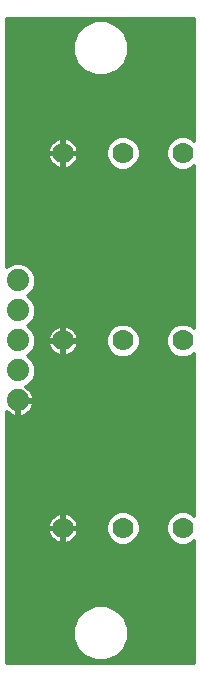
<source format=gtl>
G75*
%MOIN*%
%OFA0B0*%
%FSLAX25Y25*%
%IPPOS*%
%LPD*%
%AMOC8*
5,1,8,0,0,1.08239X$1,22.5*
%
%ADD10C,0.07400*%
%ADD11C,0.07000*%
%ADD12C,0.01000*%
D10*
X0010250Y0094000D03*
X0010250Y0104000D03*
X0010250Y0114000D03*
X0010250Y0124000D03*
X0010250Y0134000D03*
D11*
X0025250Y0114000D03*
X0045250Y0114000D03*
X0065250Y0114000D03*
X0065250Y0176500D03*
X0045250Y0176500D03*
X0025250Y0176500D03*
X0025250Y0051500D03*
X0045250Y0051500D03*
X0065250Y0051500D03*
D12*
X0006400Y0090497D02*
X0006400Y0006400D01*
X0069023Y0006400D01*
X0069037Y0047368D01*
X0068422Y0046753D01*
X0066364Y0045900D01*
X0064136Y0045900D01*
X0062078Y0046753D01*
X0060503Y0048328D01*
X0059650Y0050386D01*
X0059650Y0052614D01*
X0060503Y0054672D01*
X0062078Y0056247D01*
X0064136Y0057100D01*
X0066364Y0057100D01*
X0068422Y0056247D01*
X0069040Y0055629D01*
X0069060Y0109890D01*
X0068422Y0109253D01*
X0066364Y0108400D01*
X0064136Y0108400D01*
X0062078Y0109253D01*
X0060503Y0110828D01*
X0059650Y0112886D01*
X0059650Y0115114D01*
X0060503Y0117172D01*
X0062078Y0118747D01*
X0064136Y0119600D01*
X0066364Y0119600D01*
X0068422Y0118747D01*
X0069062Y0118107D01*
X0069082Y0172412D01*
X0068422Y0171753D01*
X0066364Y0170900D01*
X0064136Y0170900D01*
X0062078Y0171753D01*
X0060503Y0173328D01*
X0059650Y0175386D01*
X0059650Y0177614D01*
X0060503Y0179672D01*
X0062078Y0181247D01*
X0064136Y0182100D01*
X0066364Y0182100D01*
X0068422Y0181247D01*
X0069085Y0180585D01*
X0069099Y0221600D01*
X0006400Y0221600D01*
X0006400Y0138352D01*
X0006965Y0138917D01*
X0009096Y0139800D01*
X0011404Y0139800D01*
X0013535Y0138917D01*
X0015167Y0137285D01*
X0016050Y0135154D01*
X0016050Y0132846D01*
X0015167Y0130715D01*
X0013535Y0129083D01*
X0013335Y0129000D01*
X0013535Y0128917D01*
X0015167Y0127285D01*
X0016050Y0125154D01*
X0016050Y0122846D01*
X0015167Y0120715D01*
X0013535Y0119083D01*
X0013335Y0119000D01*
X0013535Y0118917D01*
X0015167Y0117285D01*
X0016050Y0115154D01*
X0016050Y0112846D01*
X0015167Y0110715D01*
X0013535Y0109083D01*
X0013335Y0109000D01*
X0013535Y0108917D01*
X0015167Y0107285D01*
X0016050Y0105154D01*
X0016050Y0102846D01*
X0015167Y0100715D01*
X0013535Y0099083D01*
X0012538Y0098670D01*
X0012975Y0098447D01*
X0013638Y0097966D01*
X0014216Y0097388D01*
X0014697Y0096725D01*
X0015069Y0095996D01*
X0015322Y0095218D01*
X0015436Y0094500D01*
X0010750Y0094500D01*
X0010750Y0093500D01*
X0015436Y0093500D01*
X0015322Y0092782D01*
X0015069Y0092004D01*
X0014697Y0091275D01*
X0014216Y0090612D01*
X0013638Y0090034D01*
X0012975Y0089553D01*
X0012246Y0089181D01*
X0011468Y0088928D01*
X0010750Y0088814D01*
X0010750Y0093500D01*
X0009750Y0093500D01*
X0009750Y0088814D01*
X0009032Y0088928D01*
X0008254Y0089181D01*
X0007525Y0089553D01*
X0006862Y0090034D01*
X0006400Y0090497D01*
X0006400Y0089620D02*
X0007431Y0089620D01*
X0006400Y0088622D02*
X0069052Y0088622D01*
X0069052Y0089620D02*
X0013069Y0089620D01*
X0014221Y0090619D02*
X0069053Y0090619D01*
X0069053Y0091618D02*
X0014872Y0091618D01*
X0015268Y0092616D02*
X0069053Y0092616D01*
X0069054Y0093615D02*
X0010750Y0093615D01*
X0010750Y0092616D02*
X0009750Y0092616D01*
X0009750Y0091618D02*
X0010750Y0091618D01*
X0010750Y0090619D02*
X0009750Y0090619D01*
X0009750Y0089620D02*
X0010750Y0089620D01*
X0013995Y0097609D02*
X0069055Y0097609D01*
X0069056Y0098607D02*
X0012662Y0098607D01*
X0014058Y0099606D02*
X0069056Y0099606D01*
X0069056Y0100604D02*
X0015057Y0100604D01*
X0015535Y0101603D02*
X0069057Y0101603D01*
X0069057Y0102601D02*
X0015948Y0102601D01*
X0016050Y0103600D02*
X0069057Y0103600D01*
X0069058Y0104598D02*
X0016050Y0104598D01*
X0015867Y0105597D02*
X0069058Y0105597D01*
X0069058Y0106595D02*
X0015453Y0106595D01*
X0014859Y0107594D02*
X0069059Y0107594D01*
X0069059Y0108592D02*
X0066828Y0108592D01*
X0068760Y0109591D02*
X0069059Y0109591D01*
X0069063Y0118577D02*
X0068592Y0118577D01*
X0069063Y0119576D02*
X0066422Y0119576D01*
X0064078Y0119576D02*
X0046422Y0119576D01*
X0046364Y0119600D02*
X0044136Y0119600D01*
X0042078Y0118747D01*
X0040503Y0117172D01*
X0039650Y0115114D01*
X0039650Y0112886D01*
X0040503Y0110828D01*
X0042078Y0109253D01*
X0044136Y0108400D01*
X0046364Y0108400D01*
X0048422Y0109253D01*
X0049997Y0110828D01*
X0050850Y0112886D01*
X0050850Y0115114D01*
X0049997Y0117172D01*
X0048422Y0118747D01*
X0046364Y0119600D01*
X0044078Y0119576D02*
X0014028Y0119576D01*
X0013875Y0118577D02*
X0023220Y0118577D01*
X0023331Y0118634D02*
X0022629Y0118276D01*
X0021993Y0117814D01*
X0021436Y0117257D01*
X0020974Y0116621D01*
X0020616Y0115919D01*
X0020373Y0115171D01*
X0020264Y0114484D01*
X0024766Y0114484D01*
X0024766Y0113516D01*
X0025734Y0113516D01*
X0025734Y0109014D01*
X0026421Y0109123D01*
X0027169Y0109366D01*
X0027871Y0109724D01*
X0028507Y0110186D01*
X0029064Y0110743D01*
X0029526Y0111379D01*
X0029884Y0112081D01*
X0030127Y0112829D01*
X0030236Y0113516D01*
X0025734Y0113516D01*
X0025734Y0114484D01*
X0030236Y0114484D01*
X0030127Y0115171D01*
X0029884Y0115919D01*
X0029526Y0116621D01*
X0029064Y0117257D01*
X0028507Y0117814D01*
X0027871Y0118276D01*
X0027169Y0118634D01*
X0026421Y0118877D01*
X0025734Y0118986D01*
X0025734Y0114484D01*
X0024766Y0114484D01*
X0024766Y0118986D01*
X0024079Y0118877D01*
X0023331Y0118634D01*
X0024766Y0118577D02*
X0025734Y0118577D01*
X0025734Y0117579D02*
X0024766Y0117579D01*
X0024766Y0116580D02*
X0025734Y0116580D01*
X0025734Y0115582D02*
X0024766Y0115582D01*
X0024766Y0114583D02*
X0025734Y0114583D01*
X0025734Y0113585D02*
X0039650Y0113585D01*
X0039650Y0114583D02*
X0030220Y0114583D01*
X0029993Y0115582D02*
X0039844Y0115582D01*
X0040257Y0116580D02*
X0029547Y0116580D01*
X0028742Y0117579D02*
X0040909Y0117579D01*
X0041908Y0118577D02*
X0027280Y0118577D01*
X0025734Y0112586D02*
X0024766Y0112586D01*
X0024766Y0113516D02*
X0024766Y0109014D01*
X0024079Y0109123D01*
X0023331Y0109366D01*
X0022629Y0109724D01*
X0021993Y0110186D01*
X0021436Y0110743D01*
X0020974Y0111379D01*
X0020616Y0112081D01*
X0020373Y0112829D01*
X0020264Y0113516D01*
X0024766Y0113516D01*
X0024766Y0113585D02*
X0016050Y0113585D01*
X0016050Y0114583D02*
X0020280Y0114583D01*
X0020507Y0115582D02*
X0015873Y0115582D01*
X0015459Y0116580D02*
X0020953Y0116580D01*
X0021758Y0117579D02*
X0014874Y0117579D01*
X0015027Y0120574D02*
X0069063Y0120574D01*
X0069064Y0121573D02*
X0015523Y0121573D01*
X0015936Y0122571D02*
X0069064Y0122571D01*
X0069064Y0123570D02*
X0016050Y0123570D01*
X0016050Y0124568D02*
X0069065Y0124568D01*
X0069065Y0125567D02*
X0015879Y0125567D01*
X0015465Y0126565D02*
X0069065Y0126565D01*
X0069066Y0127564D02*
X0014889Y0127564D01*
X0013890Y0128562D02*
X0069066Y0128562D01*
X0069067Y0129561D02*
X0014013Y0129561D01*
X0015012Y0130559D02*
X0069067Y0130559D01*
X0069067Y0131558D02*
X0015516Y0131558D01*
X0015930Y0132556D02*
X0069068Y0132556D01*
X0069068Y0133555D02*
X0016050Y0133555D01*
X0016050Y0134553D02*
X0069068Y0134553D01*
X0069069Y0135552D02*
X0015885Y0135552D01*
X0015471Y0136551D02*
X0069069Y0136551D01*
X0069069Y0137549D02*
X0014903Y0137549D01*
X0013905Y0138548D02*
X0069070Y0138548D01*
X0069070Y0139546D02*
X0012017Y0139546D01*
X0008483Y0139546D02*
X0006400Y0139546D01*
X0006400Y0138548D02*
X0006595Y0138548D01*
X0006400Y0140545D02*
X0069070Y0140545D01*
X0069071Y0141543D02*
X0006400Y0141543D01*
X0006400Y0142542D02*
X0069071Y0142542D01*
X0069071Y0143540D02*
X0006400Y0143540D01*
X0006400Y0144539D02*
X0069072Y0144539D01*
X0069072Y0145537D02*
X0006400Y0145537D01*
X0006400Y0146536D02*
X0069073Y0146536D01*
X0069073Y0147534D02*
X0006400Y0147534D01*
X0006400Y0148533D02*
X0069073Y0148533D01*
X0069074Y0149531D02*
X0006400Y0149531D01*
X0006400Y0150530D02*
X0069074Y0150530D01*
X0069074Y0151528D02*
X0006400Y0151528D01*
X0006400Y0152527D02*
X0069075Y0152527D01*
X0069075Y0153525D02*
X0006400Y0153525D01*
X0006400Y0154524D02*
X0069075Y0154524D01*
X0069076Y0155522D02*
X0006400Y0155522D01*
X0006400Y0156521D02*
X0069076Y0156521D01*
X0069076Y0157519D02*
X0006400Y0157519D01*
X0006400Y0158518D02*
X0069077Y0158518D01*
X0069077Y0159516D02*
X0006400Y0159516D01*
X0006400Y0160515D02*
X0069077Y0160515D01*
X0069078Y0161513D02*
X0006400Y0161513D01*
X0006400Y0162512D02*
X0069078Y0162512D01*
X0069079Y0163510D02*
X0006400Y0163510D01*
X0006400Y0164509D02*
X0069079Y0164509D01*
X0069079Y0165507D02*
X0006400Y0165507D01*
X0006400Y0166506D02*
X0069080Y0166506D01*
X0069080Y0167504D02*
X0006400Y0167504D01*
X0006400Y0168503D02*
X0069080Y0168503D01*
X0069081Y0169501D02*
X0006400Y0169501D01*
X0006400Y0170500D02*
X0069081Y0170500D01*
X0069081Y0171498D02*
X0067809Y0171498D01*
X0067852Y0181484D02*
X0069085Y0181484D01*
X0069085Y0182482D02*
X0006400Y0182482D01*
X0006400Y0181484D02*
X0024753Y0181484D01*
X0024766Y0181484D02*
X0025734Y0181484D01*
X0025734Y0181486D02*
X0026421Y0181377D01*
X0027169Y0181134D01*
X0027871Y0180776D01*
X0028507Y0180314D01*
X0029064Y0179757D01*
X0029526Y0179121D01*
X0029884Y0178419D01*
X0030127Y0177671D01*
X0030236Y0176984D01*
X0025734Y0176984D01*
X0025734Y0176016D01*
X0025734Y0171514D01*
X0026421Y0171623D01*
X0027169Y0171866D01*
X0027871Y0172224D01*
X0028507Y0172686D01*
X0029064Y0173243D01*
X0029526Y0173879D01*
X0029884Y0174581D01*
X0030127Y0175329D01*
X0030236Y0176016D01*
X0025734Y0176016D01*
X0024766Y0176016D01*
X0024766Y0171514D01*
X0024079Y0171623D01*
X0023331Y0171866D01*
X0022629Y0172224D01*
X0021993Y0172686D01*
X0021436Y0173243D01*
X0020974Y0173879D01*
X0020616Y0174581D01*
X0020373Y0175329D01*
X0020264Y0176016D01*
X0024766Y0176016D01*
X0024766Y0176984D01*
X0020264Y0176984D01*
X0020373Y0177671D01*
X0020616Y0178419D01*
X0020974Y0179121D01*
X0021436Y0179757D01*
X0021993Y0180314D01*
X0022629Y0180776D01*
X0023331Y0181134D01*
X0024079Y0181377D01*
X0024766Y0181486D01*
X0024766Y0176984D01*
X0025734Y0176984D01*
X0025734Y0181486D01*
X0025747Y0181484D02*
X0042648Y0181484D01*
X0042078Y0181247D02*
X0040503Y0179672D01*
X0039650Y0177614D01*
X0039650Y0175386D01*
X0040503Y0173328D01*
X0042078Y0171753D01*
X0044136Y0170900D01*
X0046364Y0170900D01*
X0048422Y0171753D01*
X0049997Y0173328D01*
X0050850Y0175386D01*
X0050850Y0177614D01*
X0049997Y0179672D01*
X0048422Y0181247D01*
X0046364Y0182100D01*
X0044136Y0182100D01*
X0042078Y0181247D01*
X0041315Y0180485D02*
X0028272Y0180485D01*
X0029261Y0179487D02*
X0040426Y0179487D01*
X0040012Y0178488D02*
X0029849Y0178488D01*
X0030156Y0177489D02*
X0039650Y0177489D01*
X0039650Y0176491D02*
X0025734Y0176491D01*
X0025734Y0177489D02*
X0024766Y0177489D01*
X0024766Y0176491D02*
X0006400Y0176491D01*
X0006400Y0177489D02*
X0020344Y0177489D01*
X0020651Y0178488D02*
X0006400Y0178488D01*
X0006400Y0179487D02*
X0021239Y0179487D01*
X0022228Y0180485D02*
X0006400Y0180485D01*
X0006400Y0183481D02*
X0069086Y0183481D01*
X0069086Y0184479D02*
X0006400Y0184479D01*
X0006400Y0185478D02*
X0069086Y0185478D01*
X0069087Y0186476D02*
X0006400Y0186476D01*
X0006400Y0187475D02*
X0069087Y0187475D01*
X0069087Y0188473D02*
X0006400Y0188473D01*
X0006400Y0189472D02*
X0069088Y0189472D01*
X0069088Y0190470D02*
X0006400Y0190470D01*
X0006400Y0191469D02*
X0069088Y0191469D01*
X0069089Y0192467D02*
X0006400Y0192467D01*
X0006400Y0193466D02*
X0069089Y0193466D01*
X0069090Y0194464D02*
X0006400Y0194464D01*
X0006400Y0195463D02*
X0069090Y0195463D01*
X0069090Y0196461D02*
X0006400Y0196461D01*
X0006400Y0197460D02*
X0069091Y0197460D01*
X0069091Y0198458D02*
X0006400Y0198458D01*
X0006400Y0199457D02*
X0069091Y0199457D01*
X0069092Y0200455D02*
X0006400Y0200455D01*
X0006400Y0201454D02*
X0069092Y0201454D01*
X0069092Y0202452D02*
X0039847Y0202452D01*
X0039572Y0202339D02*
X0042940Y0203733D01*
X0045517Y0206310D01*
X0046911Y0209678D01*
X0046911Y0213322D01*
X0045517Y0216690D01*
X0042940Y0219267D01*
X0039572Y0220661D01*
X0035928Y0220661D01*
X0032560Y0219267D01*
X0029983Y0216690D01*
X0028589Y0213322D01*
X0028589Y0209678D01*
X0029983Y0206310D01*
X0032560Y0203733D01*
X0035928Y0202339D01*
X0039572Y0202339D01*
X0042257Y0203451D02*
X0069093Y0203451D01*
X0069093Y0204449D02*
X0043655Y0204449D01*
X0044654Y0205448D02*
X0069093Y0205448D01*
X0069094Y0206446D02*
X0045573Y0206446D01*
X0045987Y0207445D02*
X0069094Y0207445D01*
X0069094Y0208443D02*
X0046400Y0208443D01*
X0046814Y0209442D02*
X0069095Y0209442D01*
X0069095Y0210440D02*
X0046911Y0210440D01*
X0046911Y0211439D02*
X0069096Y0211439D01*
X0069096Y0212437D02*
X0046911Y0212437D01*
X0046864Y0213436D02*
X0069096Y0213436D01*
X0069097Y0214434D02*
X0046451Y0214434D01*
X0046037Y0215433D02*
X0069097Y0215433D01*
X0069097Y0216431D02*
X0045624Y0216431D01*
X0044776Y0217430D02*
X0069098Y0217430D01*
X0069098Y0218428D02*
X0043778Y0218428D01*
X0042553Y0219427D02*
X0069098Y0219427D01*
X0069099Y0220425D02*
X0040142Y0220425D01*
X0035358Y0220425D02*
X0006400Y0220425D01*
X0006400Y0219427D02*
X0032947Y0219427D01*
X0031722Y0218428D02*
X0006400Y0218428D01*
X0006400Y0217430D02*
X0030724Y0217430D01*
X0029876Y0216431D02*
X0006400Y0216431D01*
X0006400Y0215433D02*
X0029463Y0215433D01*
X0029049Y0214434D02*
X0006400Y0214434D01*
X0006400Y0213436D02*
X0028636Y0213436D01*
X0028589Y0212437D02*
X0006400Y0212437D01*
X0006400Y0211439D02*
X0028589Y0211439D01*
X0028589Y0210440D02*
X0006400Y0210440D01*
X0006400Y0209442D02*
X0028686Y0209442D01*
X0029100Y0208443D02*
X0006400Y0208443D01*
X0006400Y0207445D02*
X0029513Y0207445D01*
X0029927Y0206446D02*
X0006400Y0206446D01*
X0006400Y0205448D02*
X0030846Y0205448D01*
X0031845Y0204449D02*
X0006400Y0204449D01*
X0006400Y0203451D02*
X0033243Y0203451D01*
X0035653Y0202452D02*
X0006400Y0202452D01*
X0006400Y0221424D02*
X0069099Y0221424D01*
X0062648Y0181484D02*
X0047852Y0181484D01*
X0049185Y0180485D02*
X0061315Y0180485D01*
X0060426Y0179487D02*
X0050074Y0179487D01*
X0050488Y0178488D02*
X0060012Y0178488D01*
X0059650Y0177489D02*
X0050850Y0177489D01*
X0050850Y0176491D02*
X0059650Y0176491D01*
X0059650Y0175492D02*
X0050850Y0175492D01*
X0050480Y0174494D02*
X0060020Y0174494D01*
X0060433Y0173495D02*
X0050067Y0173495D01*
X0049167Y0172497D02*
X0061333Y0172497D01*
X0062691Y0171498D02*
X0047809Y0171498D01*
X0042691Y0171498D02*
X0006400Y0171498D01*
X0006400Y0172497D02*
X0022253Y0172497D01*
X0021253Y0173495D02*
X0006400Y0173495D01*
X0006400Y0174494D02*
X0020660Y0174494D01*
X0020347Y0175492D02*
X0006400Y0175492D01*
X0024766Y0175492D02*
X0025734Y0175492D01*
X0025734Y0174494D02*
X0024766Y0174494D01*
X0024766Y0173495D02*
X0025734Y0173495D01*
X0025734Y0172497D02*
X0024766Y0172497D01*
X0024766Y0178488D02*
X0025734Y0178488D01*
X0025734Y0179487D02*
X0024766Y0179487D01*
X0024766Y0180485D02*
X0025734Y0180485D01*
X0029247Y0173495D02*
X0040433Y0173495D01*
X0040020Y0174494D02*
X0029839Y0174494D01*
X0030153Y0175492D02*
X0039650Y0175492D01*
X0041333Y0172497D02*
X0028247Y0172497D01*
X0030048Y0112586D02*
X0039774Y0112586D01*
X0040188Y0111588D02*
X0029633Y0111588D01*
X0028910Y0110589D02*
X0040741Y0110589D01*
X0041740Y0109591D02*
X0027610Y0109591D01*
X0025734Y0109591D02*
X0024766Y0109591D01*
X0024766Y0110589D02*
X0025734Y0110589D01*
X0025734Y0111588D02*
X0024766Y0111588D01*
X0022890Y0109591D02*
X0014043Y0109591D01*
X0013860Y0108592D02*
X0043672Y0108592D01*
X0046828Y0108592D02*
X0063672Y0108592D01*
X0061740Y0109591D02*
X0048760Y0109591D01*
X0049759Y0110589D02*
X0060741Y0110589D01*
X0060188Y0111588D02*
X0050312Y0111588D01*
X0050726Y0112586D02*
X0059774Y0112586D01*
X0059650Y0113585D02*
X0050850Y0113585D01*
X0050850Y0114583D02*
X0059650Y0114583D01*
X0059844Y0115582D02*
X0050656Y0115582D01*
X0050243Y0116580D02*
X0060257Y0116580D01*
X0060909Y0117579D02*
X0049591Y0117579D01*
X0048592Y0118577D02*
X0061908Y0118577D01*
X0069055Y0096610D02*
X0014756Y0096610D01*
X0015194Y0095612D02*
X0069055Y0095612D01*
X0069054Y0094613D02*
X0015418Y0094613D01*
X0015042Y0110589D02*
X0021590Y0110589D01*
X0020867Y0111588D02*
X0015529Y0111588D01*
X0015942Y0112586D02*
X0020452Y0112586D01*
X0006400Y0087623D02*
X0069052Y0087623D01*
X0069051Y0086625D02*
X0006400Y0086625D01*
X0006400Y0085626D02*
X0069051Y0085626D01*
X0069051Y0084628D02*
X0006400Y0084628D01*
X0006400Y0083629D02*
X0069050Y0083629D01*
X0069050Y0082631D02*
X0006400Y0082631D01*
X0006400Y0081632D02*
X0069050Y0081632D01*
X0069049Y0080634D02*
X0006400Y0080634D01*
X0006400Y0079635D02*
X0069049Y0079635D01*
X0069049Y0078637D02*
X0006400Y0078637D01*
X0006400Y0077638D02*
X0069048Y0077638D01*
X0069048Y0076640D02*
X0006400Y0076640D01*
X0006400Y0075641D02*
X0069047Y0075641D01*
X0069047Y0074643D02*
X0006400Y0074643D01*
X0006400Y0073644D02*
X0069047Y0073644D01*
X0069046Y0072646D02*
X0006400Y0072646D01*
X0006400Y0071647D02*
X0069046Y0071647D01*
X0069046Y0070649D02*
X0006400Y0070649D01*
X0006400Y0069650D02*
X0069045Y0069650D01*
X0069045Y0068652D02*
X0006400Y0068652D01*
X0006400Y0067653D02*
X0069045Y0067653D01*
X0069044Y0066655D02*
X0006400Y0066655D01*
X0006400Y0065656D02*
X0069044Y0065656D01*
X0069044Y0064658D02*
X0006400Y0064658D01*
X0006400Y0063659D02*
X0069043Y0063659D01*
X0069043Y0062661D02*
X0006400Y0062661D01*
X0006400Y0061662D02*
X0069043Y0061662D01*
X0069042Y0060664D02*
X0006400Y0060664D01*
X0006400Y0059665D02*
X0069042Y0059665D01*
X0069041Y0058667D02*
X0006400Y0058667D01*
X0006400Y0057668D02*
X0069041Y0057668D01*
X0069041Y0056670D02*
X0067403Y0056670D01*
X0068998Y0055671D02*
X0069040Y0055671D01*
X0069037Y0046684D02*
X0068258Y0046684D01*
X0069037Y0045686D02*
X0006400Y0045686D01*
X0006400Y0046684D02*
X0023890Y0046684D01*
X0024079Y0046623D02*
X0024766Y0046514D01*
X0024766Y0051016D01*
X0025734Y0051016D01*
X0025734Y0046514D01*
X0026421Y0046623D01*
X0027169Y0046866D01*
X0027871Y0047224D01*
X0028507Y0047686D01*
X0029064Y0048243D01*
X0029526Y0048879D01*
X0029884Y0049581D01*
X0030127Y0050329D01*
X0030236Y0051016D01*
X0025734Y0051016D01*
X0025734Y0051984D01*
X0030236Y0051984D01*
X0030127Y0052671D01*
X0029884Y0053419D01*
X0029526Y0054121D01*
X0029064Y0054757D01*
X0028507Y0055314D01*
X0027871Y0055776D01*
X0027169Y0056134D01*
X0026421Y0056377D01*
X0025734Y0056486D01*
X0025734Y0051984D01*
X0024766Y0051984D01*
X0024766Y0051016D01*
X0020264Y0051016D01*
X0020373Y0050329D01*
X0020616Y0049581D01*
X0020974Y0048879D01*
X0021436Y0048243D01*
X0021993Y0047686D01*
X0022629Y0047224D01*
X0023331Y0046866D01*
X0024079Y0046623D01*
X0024766Y0046684D02*
X0025734Y0046684D01*
X0026610Y0046684D02*
X0042242Y0046684D01*
X0042078Y0046753D02*
X0044136Y0045900D01*
X0046364Y0045900D01*
X0048422Y0046753D01*
X0049997Y0048328D01*
X0050850Y0050386D01*
X0050850Y0052614D01*
X0049997Y0054672D01*
X0048422Y0056247D01*
X0046364Y0057100D01*
X0044136Y0057100D01*
X0042078Y0056247D01*
X0040503Y0054672D01*
X0039650Y0052614D01*
X0039650Y0050386D01*
X0040503Y0048328D01*
X0042078Y0046753D01*
X0041147Y0047683D02*
X0028503Y0047683D01*
X0029383Y0048682D02*
X0040356Y0048682D01*
X0039942Y0049680D02*
X0029916Y0049680D01*
X0030182Y0050679D02*
X0039650Y0050679D01*
X0039650Y0051677D02*
X0025734Y0051677D01*
X0025734Y0050679D02*
X0024766Y0050679D01*
X0024766Y0051677D02*
X0006400Y0051677D01*
X0006400Y0050679D02*
X0020318Y0050679D01*
X0020584Y0049680D02*
X0006400Y0049680D01*
X0006400Y0048682D02*
X0021117Y0048682D01*
X0020264Y0051984D02*
X0024766Y0051984D01*
X0024766Y0056486D01*
X0024079Y0056377D01*
X0023331Y0056134D01*
X0022629Y0055776D01*
X0021993Y0055314D01*
X0021436Y0054757D01*
X0020974Y0054121D01*
X0020616Y0053419D01*
X0020373Y0052671D01*
X0020264Y0051984D01*
X0020375Y0052676D02*
X0006400Y0052676D01*
X0006400Y0053674D02*
X0020746Y0053674D01*
X0021375Y0054673D02*
X0006400Y0054673D01*
X0006400Y0055671D02*
X0022485Y0055671D01*
X0024766Y0055671D02*
X0025734Y0055671D01*
X0025734Y0054673D02*
X0024766Y0054673D01*
X0024766Y0053674D02*
X0025734Y0053674D01*
X0025734Y0052676D02*
X0024766Y0052676D01*
X0024766Y0049680D02*
X0025734Y0049680D01*
X0025734Y0048682D02*
X0024766Y0048682D01*
X0024766Y0047683D02*
X0025734Y0047683D01*
X0029125Y0054673D02*
X0040503Y0054673D01*
X0040089Y0053674D02*
X0029754Y0053674D01*
X0030125Y0052676D02*
X0039676Y0052676D01*
X0041502Y0055671D02*
X0028015Y0055671D01*
X0021997Y0047683D02*
X0006400Y0047683D01*
X0006400Y0044687D02*
X0069037Y0044687D01*
X0069036Y0043689D02*
X0006400Y0043689D01*
X0006400Y0042690D02*
X0069036Y0042690D01*
X0069035Y0041692D02*
X0006400Y0041692D01*
X0006400Y0040693D02*
X0069035Y0040693D01*
X0069035Y0039695D02*
X0006400Y0039695D01*
X0006400Y0038696D02*
X0069034Y0038696D01*
X0069034Y0037698D02*
X0006400Y0037698D01*
X0006400Y0036699D02*
X0069034Y0036699D01*
X0069033Y0035701D02*
X0006400Y0035701D01*
X0006400Y0034702D02*
X0069033Y0034702D01*
X0069033Y0033704D02*
X0006400Y0033704D01*
X0006400Y0032705D02*
X0069032Y0032705D01*
X0069032Y0031707D02*
X0006400Y0031707D01*
X0006400Y0030708D02*
X0069032Y0030708D01*
X0069031Y0029710D02*
X0006400Y0029710D01*
X0006400Y0028711D02*
X0069031Y0028711D01*
X0069030Y0027713D02*
X0006400Y0027713D01*
X0006400Y0026714D02*
X0069030Y0026714D01*
X0069030Y0025716D02*
X0006400Y0025716D01*
X0006400Y0024717D02*
X0033648Y0024717D01*
X0032560Y0024267D02*
X0029983Y0021690D01*
X0028589Y0018322D01*
X0028589Y0014678D01*
X0029983Y0011310D01*
X0032560Y0008733D01*
X0035928Y0007339D01*
X0039572Y0007339D01*
X0042940Y0008733D01*
X0045517Y0011310D01*
X0046911Y0014678D01*
X0046911Y0018322D01*
X0045517Y0021690D01*
X0042940Y0024267D01*
X0039572Y0025661D01*
X0035928Y0025661D01*
X0032560Y0024267D01*
X0032013Y0023719D02*
X0006400Y0023719D01*
X0006400Y0022720D02*
X0031014Y0022720D01*
X0030016Y0021722D02*
X0006400Y0021722D01*
X0006400Y0020723D02*
X0029583Y0020723D01*
X0029169Y0019725D02*
X0006400Y0019725D01*
X0006400Y0018726D02*
X0028756Y0018726D01*
X0028589Y0017728D02*
X0006400Y0017728D01*
X0006400Y0016729D02*
X0028589Y0016729D01*
X0028589Y0015731D02*
X0006400Y0015731D01*
X0006400Y0014732D02*
X0028589Y0014732D01*
X0028980Y0013734D02*
X0006400Y0013734D01*
X0006400Y0012735D02*
X0029393Y0012735D01*
X0029807Y0011737D02*
X0006400Y0011737D01*
X0006400Y0010738D02*
X0030556Y0010738D01*
X0031554Y0009740D02*
X0006400Y0009740D01*
X0006400Y0008741D02*
X0032553Y0008741D01*
X0034952Y0007743D02*
X0006400Y0007743D01*
X0006400Y0006744D02*
X0069023Y0006744D01*
X0069023Y0007743D02*
X0040548Y0007743D01*
X0042947Y0008741D02*
X0069024Y0008741D01*
X0069024Y0009740D02*
X0043946Y0009740D01*
X0044944Y0010738D02*
X0069024Y0010738D01*
X0069025Y0011737D02*
X0045693Y0011737D01*
X0046107Y0012735D02*
X0069025Y0012735D01*
X0069026Y0013734D02*
X0046520Y0013734D01*
X0046911Y0014732D02*
X0069026Y0014732D01*
X0069026Y0015731D02*
X0046911Y0015731D01*
X0046911Y0016729D02*
X0069027Y0016729D01*
X0069027Y0017728D02*
X0046911Y0017728D01*
X0046744Y0018726D02*
X0069027Y0018726D01*
X0069028Y0019725D02*
X0046331Y0019725D01*
X0045917Y0020723D02*
X0069028Y0020723D01*
X0069028Y0021722D02*
X0045484Y0021722D01*
X0044486Y0022720D02*
X0069029Y0022720D01*
X0069029Y0023719D02*
X0043487Y0023719D01*
X0041852Y0024717D02*
X0069029Y0024717D01*
X0062242Y0046684D02*
X0048258Y0046684D01*
X0049353Y0047683D02*
X0061147Y0047683D01*
X0060356Y0048682D02*
X0050144Y0048682D01*
X0050558Y0049680D02*
X0059942Y0049680D01*
X0059650Y0050679D02*
X0050850Y0050679D01*
X0050850Y0051677D02*
X0059650Y0051677D01*
X0059676Y0052676D02*
X0050824Y0052676D01*
X0050411Y0053674D02*
X0060089Y0053674D01*
X0060503Y0054673D02*
X0049997Y0054673D01*
X0048998Y0055671D02*
X0061502Y0055671D01*
X0063097Y0056670D02*
X0047403Y0056670D01*
X0043097Y0056670D02*
X0006400Y0056670D01*
M02*

</source>
